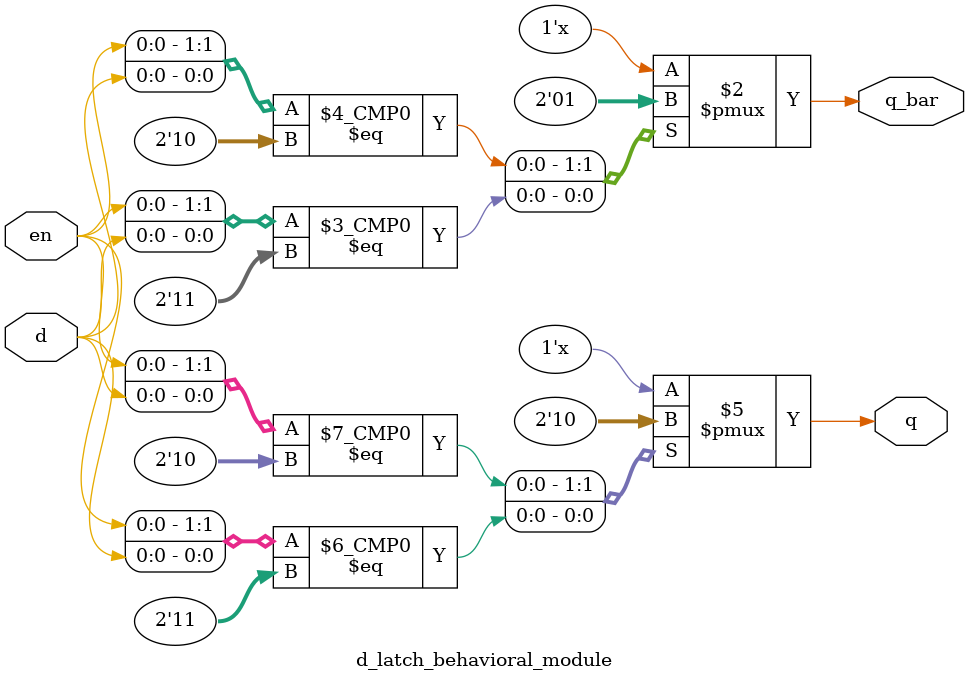
<source format=v>

module d_latch_behavioral_module (d, en, q, q_bar);
	input d;
	input en; //enable

	output q, q_bar;
	reg q, q_bar;
	
	always @ (d or en)
	begin
		case({en, d})
			2'b0x: begin q <= q; q_bar <= q_bar; end
			2'b10: begin q <= 1'b1; q_bar <= 1'b0; end
			2'b11: begin q <= 1'b0; q_bar <= 1'b1; end
		endcase
	end
endmodule



</source>
